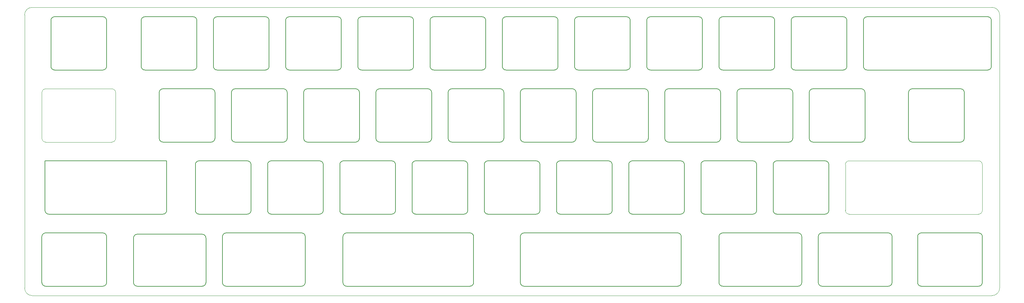
<source format=gm1>
G04 #@! TF.GenerationSoftware,KiCad,Pcbnew,7.0.7-7.0.7~ubuntu23.04.1*
G04 #@! TF.CreationDate,2023-08-23T01:40:07+00:00*
G04 #@! TF.ProjectId,plate,706c6174-652e-46b6-9963-61645f706362,rev?*
G04 #@! TF.SameCoordinates,Original*
G04 #@! TF.FileFunction,Profile,NP*
%FSLAX46Y46*%
G04 Gerber Fmt 4.6, Leading zero omitted, Abs format (unit mm)*
G04 Created by KiCad (PCBNEW 7.0.7-7.0.7~ubuntu23.04.1) date 2023-08-23 01:40:07*
%MOMM*%
%LPD*%
G01*
G04 APERTURE LIST*
G04 #@! TA.AperFunction,Profile*
%ADD10C,0.100000*%
G04 #@! TD*
G04 #@! TA.AperFunction,Profile*
%ADD11C,0.150000*%
G04 #@! TD*
G04 #@! TA.AperFunction,Profile*
%ADD12C,0.200000*%
G04 #@! TD*
G04 APERTURE END LIST*
D10*
X42380230Y-89218000D02*
X24930230Y-89218000D01*
X270980820Y-108272550D02*
X236851320Y-108272550D01*
D11*
X191576320Y-127321950D02*
X151126320Y-127321950D01*
X49094920Y-113572020D02*
G75*
G03*
X48094920Y-114571950I-120J-999880D01*
G01*
X223356820Y-127322620D02*
G75*
G03*
X224356820Y-126322550I-20J1000020D01*
G01*
X39994975Y-127322550D02*
X24919975Y-127322550D01*
X150126350Y-126321950D02*
G75*
G03*
X151126320Y-127321950I999950J-50D01*
G01*
X202513820Y-126322550D02*
X202513820Y-114221950D01*
X72544970Y-113222470D02*
G75*
G03*
X71544970Y-114222550I-70J-999930D01*
G01*
X66194920Y-127322020D02*
G75*
G03*
X67194920Y-126321950I-20J1000020D01*
G01*
X104326420Y-113222620D02*
G75*
G03*
X103326420Y-114222550I-120J-999880D01*
G01*
X192576320Y-114221950D02*
X192576320Y-126321950D01*
X92388670Y-127321970D02*
G75*
G03*
X93388670Y-126321950I30J999970D01*
G01*
X23920050Y-126322550D02*
G75*
G03*
X24919975Y-127322550I999950J-50D01*
G01*
X24919975Y-113222555D02*
G75*
G03*
X23919975Y-114222550I-105J-999895D01*
G01*
X93388650Y-114222550D02*
G75*
G03*
X92388670Y-113222550I-999950J50D01*
G01*
X71544970Y-126321950D02*
X71544970Y-114222550D01*
X248169750Y-114221950D02*
G75*
G03*
X247169820Y-113221950I-999950J50D01*
G01*
X71545050Y-126321950D02*
G75*
G03*
X72544970Y-127321950I999950J-50D01*
G01*
X223356820Y-127322550D02*
X203513820Y-127322550D01*
X67194850Y-114571950D02*
G75*
G03*
X66194920Y-113571950I-999950J50D01*
G01*
D10*
X21363751Y-53597501D02*
G75*
G03*
X19363751Y-55597500I-1J-1999999D01*
G01*
D11*
X40994950Y-114222550D02*
G75*
G03*
X39994975Y-113222550I-999950J50D01*
G01*
X240613800Y-69172500D02*
G75*
G03*
X241613820Y-70172500I1000000J0D01*
G01*
D10*
X19363750Y-127797500D02*
X19363750Y-55597500D01*
D11*
X137806870Y-114222550D02*
X137806870Y-126321950D01*
X48094950Y-126321950D02*
G75*
G03*
X49094920Y-127321950I999950J-50D01*
G01*
X72544970Y-113222550D02*
X92388670Y-113222550D01*
D10*
X236851320Y-94172620D02*
G75*
G03*
X235851320Y-95172550I-120J-999880D01*
G01*
X23930300Y-88218000D02*
G75*
G03*
X24930230Y-89218000I999900J-100D01*
G01*
D11*
X151126320Y-113221950D02*
X191576320Y-113221950D01*
X271980750Y-114221950D02*
G75*
G03*
X270980820Y-113221950I-999950J50D01*
G01*
D10*
X276538750Y-55597500D02*
X276538750Y-127797500D01*
D11*
X203513820Y-113222020D02*
G75*
G03*
X202513820Y-114221950I-120J-999880D01*
G01*
X103326420Y-126321950D02*
X103326420Y-114222550D01*
X39994975Y-127322575D02*
G75*
G03*
X40994975Y-126322550I25J999975D01*
G01*
D10*
X271980820Y-95172550D02*
X271980820Y-107272550D01*
D11*
X229706820Y-113222020D02*
G75*
G03*
X228706820Y-114221950I-120J-999880D01*
G01*
X273363820Y-70172520D02*
G75*
G03*
X274363820Y-69172500I-20J1000020D01*
G01*
X192576250Y-114221950D02*
G75*
G03*
X191576320Y-113221950I-999950J50D01*
G01*
X224356750Y-114221950D02*
G75*
G03*
X223356820Y-113221950I-999950J50D01*
G01*
X150126320Y-126321950D02*
X150126320Y-114221950D01*
X254901350Y-126322550D02*
G75*
G03*
X255901320Y-127322550I999950J-50D01*
G01*
X254901320Y-126322550D02*
X254901320Y-114221950D01*
X247169820Y-127322620D02*
G75*
G03*
X248169820Y-126322550I-20J1000020D01*
G01*
X67194920Y-114571950D02*
X67194920Y-126321950D01*
D10*
X235851320Y-107272550D02*
X235851320Y-95172550D01*
X274538750Y-129797450D02*
G75*
G03*
X276538750Y-127797500I50J1999950D01*
G01*
D11*
X103326450Y-126321950D02*
G75*
G03*
X104326420Y-127321950I999950J-50D01*
G01*
D10*
X19363750Y-127797500D02*
G75*
G03*
X21363749Y-129797500I2000000J0D01*
G01*
X270980820Y-108272620D02*
G75*
G03*
X271980820Y-107272550I-20J1000020D01*
G01*
D11*
X241613820Y-56072500D02*
X273363820Y-56072500D01*
X247169820Y-127322550D02*
X229706820Y-127322550D01*
X136806870Y-127321950D02*
X104326420Y-127321950D01*
D10*
X42380230Y-89217930D02*
G75*
G03*
X43380230Y-88218000I70J999930D01*
G01*
D11*
X255901320Y-113221950D02*
X270980820Y-113221950D01*
X228706820Y-126322550D02*
X228706820Y-114221950D01*
D10*
X274538752Y-53597500D02*
X21363751Y-53597500D01*
D11*
X49094920Y-113571950D02*
X66194920Y-113571950D01*
D10*
X21363749Y-129797500D02*
X274538750Y-129797500D01*
D11*
X248169820Y-114221950D02*
X248169820Y-126322550D01*
X273363820Y-70172500D02*
X241613820Y-70172500D01*
X224356820Y-114221950D02*
X224356820Y-126322550D01*
X48094920Y-126321950D02*
X48094920Y-114571950D01*
X240613820Y-69172500D02*
X240613820Y-57072500D01*
D10*
X235851350Y-107272550D02*
G75*
G03*
X236851320Y-108272550I999950J-50D01*
G01*
X24930230Y-75137930D02*
G75*
G03*
X23930230Y-76138000I70J-1000070D01*
G01*
X276538800Y-55597500D02*
G75*
G03*
X274538752Y-53597500I-2000000J0D01*
G01*
D11*
X202513850Y-126322550D02*
G75*
G03*
X203513820Y-127322550I999950J-50D01*
G01*
D10*
X24930230Y-75138000D02*
X42380230Y-75138000D01*
D11*
X228706850Y-126322550D02*
G75*
G03*
X229706820Y-127322550I999950J-50D01*
G01*
X270980820Y-127322550D02*
X255901320Y-127322550D01*
X24919975Y-113222550D02*
X39994975Y-113222550D01*
D10*
X43380200Y-76138000D02*
G75*
G03*
X42380230Y-75138000I-1000000J0D01*
G01*
D11*
X255901320Y-113222020D02*
G75*
G03*
X254901320Y-114221950I-120J-999880D01*
G01*
X271980820Y-114221950D02*
X271980820Y-126322550D01*
X23919975Y-126322550D02*
X23919975Y-114222550D01*
X136806870Y-127321970D02*
G75*
G03*
X137806870Y-126321950I30J999970D01*
G01*
X93388670Y-114222550D02*
X93388670Y-126321950D01*
X229706820Y-113221950D02*
X247169820Y-113221950D01*
X274363820Y-57072500D02*
X274363820Y-69172500D01*
X66194920Y-127321950D02*
X49094920Y-127321950D01*
X191576320Y-127322020D02*
G75*
G03*
X192576320Y-126321950I-20J1000020D01*
G01*
X92388670Y-127321950D02*
X72544970Y-127321950D01*
X104326420Y-113222550D02*
X136806870Y-113222550D01*
X270980820Y-127322620D02*
G75*
G03*
X271980820Y-126322550I-20J1000020D01*
G01*
D10*
X236851320Y-94172550D02*
X270980820Y-94172550D01*
D11*
X274363800Y-57072500D02*
G75*
G03*
X273363820Y-56072500I-1000000J0D01*
G01*
D10*
X43380230Y-76138000D02*
X43380230Y-88218000D01*
D11*
X241613820Y-56072520D02*
G75*
G03*
X240613820Y-57072500I-20J-999980D01*
G01*
X203513820Y-113221950D02*
X223356820Y-113221950D01*
X151126320Y-113222020D02*
G75*
G03*
X150126320Y-114221950I-120J-999880D01*
G01*
D10*
X23930230Y-88218000D02*
X23930230Y-76138000D01*
X271980750Y-95172550D02*
G75*
G03*
X270980820Y-94172550I-999950J50D01*
G01*
D11*
X137806850Y-114222550D02*
G75*
G03*
X136806870Y-113222550I-999950J50D01*
G01*
X40994975Y-114222550D02*
X40994975Y-126322550D01*
D12*
X145363440Y-69172500D02*
X145363440Y-57072500D01*
X146363440Y-56072500D02*
X159063440Y-56072500D01*
X159063440Y-70172500D02*
X146363440Y-70172500D01*
X160063440Y-57072500D02*
X160063440Y-69172500D01*
X146363440Y-56072500D02*
G75*
G03*
X145363440Y-57072500I-1J-999999D01*
G01*
X145363440Y-69172500D02*
G75*
G03*
X146363440Y-70172500I999999J-1D01*
G01*
X160063440Y-57072500D02*
G75*
G03*
X159063440Y-56072500I-1000000J0D01*
G01*
X159063440Y-70172500D02*
G75*
G03*
X160063440Y-69172500I0J1000000D01*
G01*
X252519740Y-88222500D02*
X252519740Y-76122500D01*
X253519740Y-75122500D02*
X266219740Y-75122500D01*
X266219740Y-89222500D02*
X253519740Y-89222500D01*
X267219740Y-76122500D02*
X267219740Y-88222500D01*
X253519740Y-75122500D02*
G75*
G03*
X252519740Y-76122500I-1J-999999D01*
G01*
X252519740Y-88222500D02*
G75*
G03*
X253519740Y-89222500I999999J-1D01*
G01*
X267219740Y-76122500D02*
G75*
G03*
X266219740Y-75122500I-1000000J0D01*
G01*
X266219740Y-89222500D02*
G75*
G03*
X267219740Y-88222500I0J1000000D01*
G01*
X121550940Y-107272650D02*
X121550940Y-95172650D01*
X122550940Y-94172650D02*
X135250940Y-94172650D01*
X135250940Y-108272650D02*
X122550940Y-108272650D01*
X136250940Y-95172650D02*
X136250940Y-107272650D01*
X122550940Y-94172650D02*
G75*
G03*
X121550940Y-95172650I-1J-999999D01*
G01*
X121550940Y-107272650D02*
G75*
G03*
X122550940Y-108272650I999999J-1D01*
G01*
X136250940Y-95172650D02*
G75*
G03*
X135250940Y-94172650I-1000000J0D01*
G01*
X135250940Y-108272650D02*
G75*
G03*
X136250940Y-107272650I0J1000000D01*
G01*
X64400940Y-107272650D02*
X64400940Y-95172650D01*
X65400940Y-94172650D02*
X78100940Y-94172650D01*
X78100940Y-108272650D02*
X65400940Y-108272650D01*
X79100940Y-95172650D02*
X79100940Y-107272650D01*
X65400940Y-94172650D02*
G75*
G03*
X64400940Y-95172650I-1J-999999D01*
G01*
X64400940Y-107272650D02*
G75*
G03*
X65400940Y-108272650I999999J-1D01*
G01*
X79100940Y-95172650D02*
G75*
G03*
X78100940Y-94172650I-1000000J0D01*
G01*
X78100940Y-108272650D02*
G75*
G03*
X79100940Y-107272650I0J1000000D01*
G01*
X216800940Y-107272650D02*
X216800940Y-95172650D01*
X217800940Y-94172650D02*
X230500940Y-94172650D01*
X230500940Y-108272650D02*
X217800940Y-108272650D01*
X231500940Y-95172650D02*
X231500940Y-107272650D01*
X217800940Y-94172650D02*
G75*
G03*
X216800940Y-95172650I-1J-999999D01*
G01*
X216800940Y-107272650D02*
G75*
G03*
X217800940Y-108272650I999999J-1D01*
G01*
X231500940Y-95172650D02*
G75*
G03*
X230500940Y-94172650I-1000000J0D01*
G01*
X230500940Y-108272650D02*
G75*
G03*
X231500940Y-107272650I0J1000000D01*
G01*
X150125940Y-88222500D02*
X150125940Y-76122500D01*
X151125940Y-75122500D02*
X163825940Y-75122500D01*
X163825940Y-89222500D02*
X151125940Y-89222500D01*
X164825940Y-76122500D02*
X164825940Y-88222500D01*
X151125940Y-75122500D02*
G75*
G03*
X150125940Y-76122500I-1J-999999D01*
G01*
X150125940Y-88222500D02*
G75*
G03*
X151125940Y-89222500I999999J-1D01*
G01*
X164825940Y-76122500D02*
G75*
G03*
X163825940Y-75122500I-1000000J0D01*
G01*
X163825940Y-89222500D02*
G75*
G03*
X164825940Y-88222500I0J1000000D01*
G01*
X24744740Y-94172650D02*
X56844740Y-94172650D01*
X24744740Y-107272650D02*
X24744740Y-94172650D01*
X55844740Y-108272650D02*
X25744740Y-108272650D01*
X56844740Y-94172650D02*
X56844740Y-107272650D01*
X24744740Y-107272650D02*
G75*
G03*
X25744740Y-108272650I999999J-1D01*
G01*
X55844740Y-108272650D02*
G75*
G03*
X56844740Y-107272650I0J1000000D01*
G01*
X131075940Y-88222500D02*
X131075940Y-76122500D01*
X132075940Y-75122500D02*
X144775940Y-75122500D01*
X144775940Y-89222500D02*
X132075940Y-89222500D01*
X145775940Y-76122500D02*
X145775940Y-88222500D01*
X132075940Y-75122500D02*
G75*
G03*
X131075940Y-76122500I-1J-999999D01*
G01*
X131075940Y-88222500D02*
G75*
G03*
X132075940Y-89222500I999999J-1D01*
G01*
X145775940Y-76122500D02*
G75*
G03*
X144775940Y-75122500I-1000000J0D01*
G01*
X144775940Y-89222500D02*
G75*
G03*
X145775940Y-88222500I0J1000000D01*
G01*
X226325940Y-88222500D02*
X226325940Y-76122500D01*
X227325940Y-75122500D02*
X240025940Y-75122500D01*
X240025940Y-89222500D02*
X227325940Y-89222500D01*
X241025940Y-76122500D02*
X241025940Y-88222500D01*
X227325940Y-75122500D02*
G75*
G03*
X226325940Y-76122500I-1J-999999D01*
G01*
X226325940Y-88222500D02*
G75*
G03*
X227325940Y-89222500I999999J-1D01*
G01*
X241025940Y-76122500D02*
G75*
G03*
X240025940Y-75122500I-1000000J0D01*
G01*
X240025940Y-89222500D02*
G75*
G03*
X241025940Y-88222500I0J1000000D01*
G01*
X126313440Y-69172500D02*
X126313440Y-57072500D01*
X127313440Y-56072500D02*
X140013440Y-56072500D01*
X140013440Y-70172500D02*
X127313440Y-70172500D01*
X141013440Y-57072500D02*
X141013440Y-69172500D01*
X127313440Y-56072500D02*
G75*
G03*
X126313440Y-57072500I-1J-999999D01*
G01*
X126313440Y-69172500D02*
G75*
G03*
X127313440Y-70172500I999999J-1D01*
G01*
X141013440Y-57072500D02*
G75*
G03*
X140013440Y-56072500I-1000000J0D01*
G01*
X140013440Y-70172500D02*
G75*
G03*
X141013440Y-69172500I0J1000000D01*
G01*
X26301250Y-69172500D02*
X26301250Y-57072500D01*
X27301250Y-56072500D02*
X40001250Y-56072500D01*
X40001250Y-70172500D02*
X27301250Y-70172500D01*
X41001250Y-57072500D02*
X41001250Y-69172500D01*
X27301250Y-56072500D02*
G75*
G03*
X26301250Y-57072500I-1J-999999D01*
G01*
X26301250Y-69172500D02*
G75*
G03*
X27301250Y-70172500I999999J-1D01*
G01*
X41001250Y-57072500D02*
G75*
G03*
X40001250Y-56072500I-1000000J0D01*
G01*
X40001250Y-70172500D02*
G75*
G03*
X41001250Y-69172500I0J1000000D01*
G01*
X83450940Y-107272650D02*
X83450940Y-95172650D01*
X84450940Y-94172650D02*
X97150940Y-94172650D01*
X97150940Y-108272650D02*
X84450940Y-108272650D01*
X98150940Y-95172650D02*
X98150940Y-107272650D01*
X84450940Y-94172650D02*
G75*
G03*
X83450940Y-95172650I-1J-999999D01*
G01*
X83450940Y-107272650D02*
G75*
G03*
X84450940Y-108272650I999999J-1D01*
G01*
X98150940Y-95172650D02*
G75*
G03*
X97150940Y-94172650I-1000000J0D01*
G01*
X97150940Y-108272650D02*
G75*
G03*
X98150940Y-107272650I0J1000000D01*
G01*
X207275940Y-88222500D02*
X207275940Y-76122500D01*
X208275940Y-75122500D02*
X220975940Y-75122500D01*
X220975940Y-89222500D02*
X208275940Y-89222500D01*
X221975940Y-76122500D02*
X221975940Y-88222500D01*
X208275940Y-75122500D02*
G75*
G03*
X207275940Y-76122500I-1J-999999D01*
G01*
X207275940Y-88222500D02*
G75*
G03*
X208275940Y-89222500I999999J-1D01*
G01*
X221975940Y-76122500D02*
G75*
G03*
X220975940Y-75122500I-1000000J0D01*
G01*
X220975940Y-89222500D02*
G75*
G03*
X221975940Y-88222500I0J1000000D01*
G01*
X178700940Y-107272650D02*
X178700940Y-95172650D01*
X179700940Y-94172650D02*
X192400940Y-94172650D01*
X192400940Y-108272650D02*
X179700940Y-108272650D01*
X193400940Y-95172650D02*
X193400940Y-107272650D01*
X179700940Y-94172650D02*
G75*
G03*
X178700940Y-95172650I-1J-999999D01*
G01*
X178700940Y-107272650D02*
G75*
G03*
X179700940Y-108272650I999999J-1D01*
G01*
X193400940Y-95172650D02*
G75*
G03*
X192400940Y-94172650I-1000000J0D01*
G01*
X192400940Y-108272650D02*
G75*
G03*
X193400940Y-107272650I0J1000000D01*
G01*
X50113440Y-69172500D02*
X50113440Y-57072500D01*
X51113440Y-56072500D02*
X63813440Y-56072500D01*
X63813440Y-70172500D02*
X51113440Y-70172500D01*
X64813440Y-57072500D02*
X64813440Y-69172500D01*
X51113440Y-56072500D02*
G75*
G03*
X50113440Y-57072500I-1J-999999D01*
G01*
X50113440Y-69172500D02*
G75*
G03*
X51113440Y-70172500I999999J-1D01*
G01*
X64813440Y-57072500D02*
G75*
G03*
X63813440Y-56072500I-1000000J0D01*
G01*
X63813440Y-70172500D02*
G75*
G03*
X64813440Y-69172500I0J1000000D01*
G01*
X164413440Y-69172500D02*
X164413440Y-57072500D01*
X165413440Y-56072500D02*
X178113440Y-56072500D01*
X178113440Y-70172500D02*
X165413440Y-70172500D01*
X179113440Y-57072500D02*
X179113440Y-69172500D01*
X165413440Y-56072500D02*
G75*
G03*
X164413440Y-57072500I-1J-999999D01*
G01*
X164413440Y-69172500D02*
G75*
G03*
X165413440Y-70172500I999999J-1D01*
G01*
X179113440Y-57072500D02*
G75*
G03*
X178113440Y-56072500I-1000000J0D01*
G01*
X178113440Y-70172500D02*
G75*
G03*
X179113440Y-69172500I0J1000000D01*
G01*
X202513440Y-69172500D02*
X202513440Y-57072500D01*
X203513440Y-56072500D02*
X216213440Y-56072500D01*
X216213440Y-70172500D02*
X203513440Y-70172500D01*
X217213440Y-57072500D02*
X217213440Y-69172500D01*
X203513440Y-56072500D02*
G75*
G03*
X202513440Y-57072500I-1J-999999D01*
G01*
X202513440Y-69172500D02*
G75*
G03*
X203513440Y-70172500I999999J-1D01*
G01*
X217213440Y-57072500D02*
G75*
G03*
X216213440Y-56072500I-1000000J0D01*
G01*
X216213440Y-70172500D02*
G75*
G03*
X217213440Y-69172500I0J1000000D01*
G01*
X140600940Y-107272650D02*
X140600940Y-95172650D01*
X141600940Y-94172650D02*
X154300940Y-94172650D01*
X154300940Y-108272650D02*
X141600940Y-108272650D01*
X155300940Y-95172650D02*
X155300940Y-107272650D01*
X141600940Y-94172650D02*
G75*
G03*
X140600940Y-95172650I-1J-999999D01*
G01*
X140600940Y-107272650D02*
G75*
G03*
X141600940Y-108272650I999999J-1D01*
G01*
X155300940Y-95172650D02*
G75*
G03*
X154300940Y-94172650I-1000000J0D01*
G01*
X154300940Y-108272650D02*
G75*
G03*
X155300940Y-107272650I0J1000000D01*
G01*
X183463440Y-69172500D02*
X183463440Y-57072500D01*
X184463440Y-56072500D02*
X197163440Y-56072500D01*
X197163440Y-70172500D02*
X184463440Y-70172500D01*
X198163440Y-57072500D02*
X198163440Y-69172500D01*
X184463440Y-56072500D02*
G75*
G03*
X183463440Y-57072500I-1J-999999D01*
G01*
X183463440Y-69172500D02*
G75*
G03*
X184463440Y-70172500I999999J-1D01*
G01*
X198163440Y-57072500D02*
G75*
G03*
X197163440Y-56072500I-1000000J0D01*
G01*
X197163440Y-70172500D02*
G75*
G03*
X198163440Y-69172500I0J1000000D01*
G01*
X73925940Y-88222500D02*
X73925940Y-76122500D01*
X74925940Y-75122500D02*
X87625940Y-75122500D01*
X87625940Y-89222500D02*
X74925940Y-89222500D01*
X88625940Y-76122500D02*
X88625940Y-88222500D01*
X74925940Y-75122500D02*
G75*
G03*
X73925940Y-76122500I-1J-999999D01*
G01*
X73925940Y-88222500D02*
G75*
G03*
X74925940Y-89222500I999999J-1D01*
G01*
X88625940Y-76122500D02*
G75*
G03*
X87625940Y-75122500I-1000000J0D01*
G01*
X87625940Y-89222500D02*
G75*
G03*
X88625940Y-88222500I0J1000000D01*
G01*
X197750940Y-107272650D02*
X197750940Y-95172650D01*
X198750940Y-94172650D02*
X211450940Y-94172650D01*
X211450940Y-108272650D02*
X198750940Y-108272650D01*
X212450940Y-95172650D02*
X212450940Y-107272650D01*
X198750940Y-94172650D02*
G75*
G03*
X197750940Y-95172650I-1J-999999D01*
G01*
X197750940Y-107272650D02*
G75*
G03*
X198750940Y-108272650I999999J-1D01*
G01*
X212450940Y-95172650D02*
G75*
G03*
X211450940Y-94172650I-1000000J0D01*
G01*
X211450940Y-108272650D02*
G75*
G03*
X212450940Y-107272650I0J1000000D01*
G01*
X221563440Y-69172500D02*
X221563440Y-57072500D01*
X222563440Y-56072500D02*
X235263440Y-56072500D01*
X235263440Y-70172500D02*
X222563440Y-70172500D01*
X236263440Y-57072500D02*
X236263440Y-69172500D01*
X222563440Y-56072500D02*
G75*
G03*
X221563440Y-57072500I-1J-999999D01*
G01*
X221563440Y-69172500D02*
G75*
G03*
X222563440Y-70172500I999999J-1D01*
G01*
X236263440Y-57072500D02*
G75*
G03*
X235263440Y-56072500I-1000000J0D01*
G01*
X235263440Y-70172500D02*
G75*
G03*
X236263440Y-69172500I0J1000000D01*
G01*
X88213440Y-69172500D02*
X88213440Y-57072500D01*
X89213440Y-56072500D02*
X101913440Y-56072500D01*
X101913440Y-70172500D02*
X89213440Y-70172500D01*
X102913440Y-57072500D02*
X102913440Y-69172500D01*
X89213440Y-56072500D02*
G75*
G03*
X88213440Y-57072500I-1J-999999D01*
G01*
X88213440Y-69172500D02*
G75*
G03*
X89213440Y-70172500I999999J-1D01*
G01*
X102913440Y-57072500D02*
G75*
G03*
X101913440Y-56072500I-1000000J0D01*
G01*
X101913440Y-70172500D02*
G75*
G03*
X102913440Y-69172500I0J1000000D01*
G01*
X102500940Y-107272650D02*
X102500940Y-95172650D01*
X103500940Y-94172650D02*
X116200940Y-94172650D01*
X116200940Y-108272650D02*
X103500940Y-108272650D01*
X117200940Y-95172650D02*
X117200940Y-107272650D01*
X103500940Y-94172650D02*
G75*
G03*
X102500940Y-95172650I-1J-999999D01*
G01*
X102500940Y-107272650D02*
G75*
G03*
X103500940Y-108272650I999999J-1D01*
G01*
X117200940Y-95172650D02*
G75*
G03*
X116200940Y-94172650I-1000000J0D01*
G01*
X116200940Y-108272650D02*
G75*
G03*
X117200940Y-107272650I0J1000000D01*
G01*
X159650940Y-107272650D02*
X159650940Y-95172650D01*
X160650940Y-94172650D02*
X173350940Y-94172650D01*
X173350940Y-108272650D02*
X160650940Y-108272650D01*
X174350940Y-95172650D02*
X174350940Y-107272650D01*
X160650940Y-94172650D02*
G75*
G03*
X159650940Y-95172650I-1J-999999D01*
G01*
X159650940Y-107272650D02*
G75*
G03*
X160650940Y-108272650I999999J-1D01*
G01*
X174350940Y-95172650D02*
G75*
G03*
X173350940Y-94172650I-1000000J0D01*
G01*
X173350940Y-108272650D02*
G75*
G03*
X174350940Y-107272650I0J1000000D01*
G01*
X188225940Y-88222500D02*
X188225940Y-76122500D01*
X189225940Y-75122500D02*
X201925940Y-75122500D01*
X201925940Y-89222500D02*
X189225940Y-89222500D01*
X202925940Y-76122500D02*
X202925940Y-88222500D01*
X189225940Y-75122500D02*
G75*
G03*
X188225940Y-76122500I-1J-999999D01*
G01*
X188225940Y-88222500D02*
G75*
G03*
X189225940Y-89222500I999999J-1D01*
G01*
X202925940Y-76122500D02*
G75*
G03*
X201925940Y-75122500I-1000000J0D01*
G01*
X201925940Y-89222500D02*
G75*
G03*
X202925940Y-88222500I0J1000000D01*
G01*
X54875940Y-88222500D02*
X54875940Y-76122500D01*
X55875940Y-75122500D02*
X68575940Y-75122500D01*
X68575940Y-89222500D02*
X55875940Y-89222500D01*
X69575940Y-76122500D02*
X69575940Y-88222500D01*
X55875940Y-75122500D02*
G75*
G03*
X54875940Y-76122500I-1J-999999D01*
G01*
X54875940Y-88222500D02*
G75*
G03*
X55875940Y-89222500I999999J-1D01*
G01*
X69575940Y-76122500D02*
G75*
G03*
X68575940Y-75122500I-1000000J0D01*
G01*
X68575940Y-89222500D02*
G75*
G03*
X69575940Y-88222500I0J1000000D01*
G01*
X107263440Y-69172500D02*
X107263440Y-57072500D01*
X108263440Y-56072500D02*
X120963440Y-56072500D01*
X120963440Y-70172500D02*
X108263440Y-70172500D01*
X121963440Y-57072500D02*
X121963440Y-69172500D01*
X108263440Y-56072500D02*
G75*
G03*
X107263440Y-57072500I-1J-999999D01*
G01*
X107263440Y-69172500D02*
G75*
G03*
X108263440Y-70172500I999999J-1D01*
G01*
X121963440Y-57072500D02*
G75*
G03*
X120963440Y-56072500I-1000000J0D01*
G01*
X120963440Y-70172500D02*
G75*
G03*
X121963440Y-69172500I0J1000000D01*
G01*
X69163440Y-69172500D02*
X69163440Y-57072500D01*
X70163440Y-56072500D02*
X82863440Y-56072500D01*
X82863440Y-70172500D02*
X70163440Y-70172500D01*
X83863440Y-57072500D02*
X83863440Y-69172500D01*
X70163440Y-56072500D02*
G75*
G03*
X69163440Y-57072500I-1J-999999D01*
G01*
X69163440Y-69172500D02*
G75*
G03*
X70163440Y-70172500I999999J-1D01*
G01*
X83863440Y-57072500D02*
G75*
G03*
X82863440Y-56072500I-1000000J0D01*
G01*
X82863440Y-70172500D02*
G75*
G03*
X83863440Y-69172500I0J1000000D01*
G01*
X169175940Y-88222500D02*
X169175940Y-76122500D01*
X170175940Y-75122500D02*
X182875940Y-75122500D01*
X182875940Y-89222500D02*
X170175940Y-89222500D01*
X183875940Y-76122500D02*
X183875940Y-88222500D01*
X170175940Y-75122500D02*
G75*
G03*
X169175940Y-76122500I-1J-999999D01*
G01*
X169175940Y-88222500D02*
G75*
G03*
X170175940Y-89222500I999999J-1D01*
G01*
X183875940Y-76122500D02*
G75*
G03*
X182875940Y-75122500I-1000000J0D01*
G01*
X182875940Y-89222500D02*
G75*
G03*
X183875940Y-88222500I0J1000000D01*
G01*
X92975940Y-88222500D02*
X92975940Y-76122500D01*
X93975940Y-75122500D02*
X106675940Y-75122500D01*
X106675940Y-89222500D02*
X93975940Y-89222500D01*
X107675940Y-76122500D02*
X107675940Y-88222500D01*
X93975940Y-75122500D02*
G75*
G03*
X92975940Y-76122500I-1J-999999D01*
G01*
X92975940Y-88222500D02*
G75*
G03*
X93975940Y-89222500I999999J-1D01*
G01*
X107675940Y-76122500D02*
G75*
G03*
X106675940Y-75122500I-1000000J0D01*
G01*
X106675940Y-89222500D02*
G75*
G03*
X107675940Y-88222500I0J1000000D01*
G01*
X112025940Y-88222500D02*
X112025940Y-76122500D01*
X113025940Y-75122500D02*
X125725940Y-75122500D01*
X125725940Y-89222500D02*
X113025940Y-89222500D01*
X126725940Y-76122500D02*
X126725940Y-88222500D01*
X113025940Y-75122500D02*
G75*
G03*
X112025940Y-76122500I-1J-999999D01*
G01*
X112025940Y-88222500D02*
G75*
G03*
X113025940Y-89222500I999999J-1D01*
G01*
X126725940Y-76122500D02*
G75*
G03*
X125725940Y-75122500I-1000000J0D01*
G01*
X125725940Y-89222500D02*
G75*
G03*
X126725940Y-88222500I0J1000000D01*
G01*
M02*

</source>
